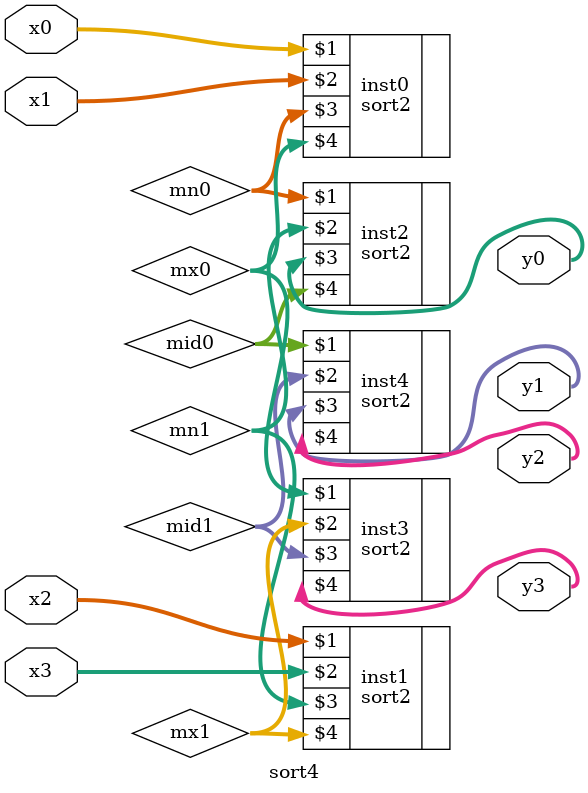
<source format=v>
module sort4(x0, x1, x2, x3, y0, y1, y2, y3);
	input [7:0] x0, x1, x2, x3;
	output [7:0] y0, y1, y2, y3;
	wire [7:0] mn0, mn1, mx0, mx1, mid0, mid1;

	sort2 inst0(x0, x1, mn0, mx0);
	sort2 inst1(x2, x3, mn1, mx1);
	sort2 inst2(mn0, mn1, y0, mid0);
	sort2 inst3(mx0, mx1, mid1, y3);
	sort2 inst4(mid0, mid1, y1, y2);
endmodule
</source>
